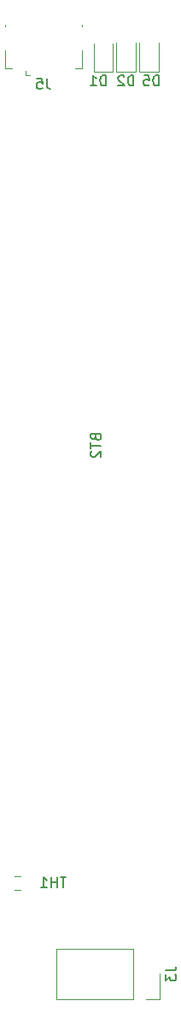
<source format=gbo>
G04 #@! TF.GenerationSoftware,KiCad,Pcbnew,(5.1.6)-1*
G04 #@! TF.CreationDate,2021-08-10T23:40:34-03:00*
G04 #@! TF.ProjectId,TPH_Logger,5450485f-4c6f-4676-9765-722e6b696361,rev?*
G04 #@! TF.SameCoordinates,Original*
G04 #@! TF.FileFunction,Legend,Bot*
G04 #@! TF.FilePolarity,Positive*
%FSLAX46Y46*%
G04 Gerber Fmt 4.6, Leading zero omitted, Abs format (unit mm)*
G04 Created by KiCad (PCBNEW (5.1.6)-1) date 2021-08-10 23:40:34*
%MOMM*%
%LPD*%
G01*
G04 APERTURE LIST*
%ADD10C,0.120000*%
%ADD11C,0.150000*%
%ADD12C,1.000000*%
%ADD13R,1.250000X1.550000*%
%ADD14O,1.150000X2.000000*%
%ADD15R,1.850000X2.000000*%
%ADD16R,0.500000X1.500000*%
%ADD17R,1.800000X4.400000*%
%ADD18C,3.100000*%
%ADD19R,3.100000X3.100000*%
G04 APERTURE END LIST*
D10*
X137710000Y-43225000D02*
X137710000Y-46085000D01*
X137710000Y-46085000D02*
X135790000Y-46085000D01*
X135790000Y-46085000D02*
X135790000Y-43225000D01*
X133540000Y-46110000D02*
X133540000Y-43250000D01*
X135460000Y-46110000D02*
X133540000Y-46110000D01*
X135460000Y-43250000D02*
X135460000Y-46110000D01*
X126236252Y-125790000D02*
X125713748Y-125790000D01*
X126236252Y-127210000D02*
X125713748Y-127210000D01*
X126780000Y-46410000D02*
X126780000Y-46020000D01*
X126780000Y-46410000D02*
X127230000Y-46410000D01*
X132350000Y-45710000D02*
X131700000Y-45710000D01*
X132350000Y-43980000D02*
X132350000Y-45710000D01*
X124730000Y-41410000D02*
X124730000Y-41620000D01*
X132350000Y-41410000D02*
X132350000Y-41620000D01*
X124730000Y-43980000D02*
X124730000Y-45710000D01*
X124730000Y-45710000D02*
X125390000Y-45710000D01*
X137480000Y-138000000D02*
X129800000Y-138000000D01*
X138750000Y-138000000D02*
X140080000Y-138000000D01*
X129800000Y-138000000D02*
X129800000Y-133000000D01*
X140080000Y-138000000D02*
X140080000Y-135500000D01*
X137480000Y-133000000D02*
X129800000Y-133000000D01*
X137480000Y-138000000D02*
X137480000Y-133000000D01*
X139960000Y-43225000D02*
X139960000Y-46085000D01*
X139960000Y-46085000D02*
X138040000Y-46085000D01*
X138040000Y-46085000D02*
X138040000Y-43225000D01*
D11*
X137488095Y-47452380D02*
X137488095Y-46452380D01*
X137250000Y-46452380D01*
X137107142Y-46500000D01*
X137011904Y-46595238D01*
X136964285Y-46690476D01*
X136916666Y-46880952D01*
X136916666Y-47023809D01*
X136964285Y-47214285D01*
X137011904Y-47309523D01*
X137107142Y-47404761D01*
X137250000Y-47452380D01*
X137488095Y-47452380D01*
X136535714Y-46547619D02*
X136488095Y-46500000D01*
X136392857Y-46452380D01*
X136154761Y-46452380D01*
X136059523Y-46500000D01*
X136011904Y-46547619D01*
X135964285Y-46642857D01*
X135964285Y-46738095D01*
X136011904Y-46880952D01*
X136583333Y-47452380D01*
X135964285Y-47452380D01*
X134738095Y-47452380D02*
X134738095Y-46452380D01*
X134500000Y-46452380D01*
X134357142Y-46500000D01*
X134261904Y-46595238D01*
X134214285Y-46690476D01*
X134166666Y-46880952D01*
X134166666Y-47023809D01*
X134214285Y-47214285D01*
X134261904Y-47309523D01*
X134357142Y-47404761D01*
X134500000Y-47452380D01*
X134738095Y-47452380D01*
X133214285Y-47452380D02*
X133785714Y-47452380D01*
X133500000Y-47452380D02*
X133500000Y-46452380D01*
X133595238Y-46595238D01*
X133690476Y-46690476D01*
X133785714Y-46738095D01*
X130785714Y-125952380D02*
X130214285Y-125952380D01*
X130500000Y-126952380D02*
X130500000Y-125952380D01*
X129880952Y-126952380D02*
X129880952Y-125952380D01*
X129880952Y-126428571D02*
X129309523Y-126428571D01*
X129309523Y-126952380D02*
X129309523Y-125952380D01*
X128309523Y-126952380D02*
X128880952Y-126952380D01*
X128595238Y-126952380D02*
X128595238Y-125952380D01*
X128690476Y-126095238D01*
X128785714Y-126190476D01*
X128880952Y-126238095D01*
X128873333Y-46752380D02*
X128873333Y-47466666D01*
X128920952Y-47609523D01*
X129016190Y-47704761D01*
X129159047Y-47752380D01*
X129254285Y-47752380D01*
X127920952Y-46752380D02*
X128397142Y-46752380D01*
X128444761Y-47228571D01*
X128397142Y-47180952D01*
X128301904Y-47133333D01*
X128063809Y-47133333D01*
X127968571Y-47180952D01*
X127920952Y-47228571D01*
X127873333Y-47323809D01*
X127873333Y-47561904D01*
X127920952Y-47657142D01*
X127968571Y-47704761D01*
X128063809Y-47752380D01*
X128301904Y-47752380D01*
X128397142Y-47704761D01*
X128444761Y-47657142D01*
X140702380Y-135166666D02*
X141416666Y-135166666D01*
X141559523Y-135119047D01*
X141654761Y-135023809D01*
X141702380Y-134880952D01*
X141702380Y-134785714D01*
X140702380Y-135547619D02*
X140702380Y-136166666D01*
X141083333Y-135833333D01*
X141083333Y-135976190D01*
X141130952Y-136071428D01*
X141178571Y-136119047D01*
X141273809Y-136166666D01*
X141511904Y-136166666D01*
X141607142Y-136119047D01*
X141654761Y-136071428D01*
X141702380Y-135976190D01*
X141702380Y-135690476D01*
X141654761Y-135595238D01*
X141607142Y-135547619D01*
X133728571Y-82314285D02*
X133776190Y-82457142D01*
X133823809Y-82504761D01*
X133919047Y-82552380D01*
X134061904Y-82552380D01*
X134157142Y-82504761D01*
X134204761Y-82457142D01*
X134252380Y-82361904D01*
X134252380Y-81980952D01*
X133252380Y-81980952D01*
X133252380Y-82314285D01*
X133300000Y-82409523D01*
X133347619Y-82457142D01*
X133442857Y-82504761D01*
X133538095Y-82504761D01*
X133633333Y-82457142D01*
X133680952Y-82409523D01*
X133728571Y-82314285D01*
X133728571Y-81980952D01*
X133252380Y-82838095D02*
X133252380Y-83409523D01*
X134252380Y-83123809D02*
X133252380Y-83123809D01*
X133347619Y-83695238D02*
X133300000Y-83742857D01*
X133252380Y-83838095D01*
X133252380Y-84076190D01*
X133300000Y-84171428D01*
X133347619Y-84219047D01*
X133442857Y-84266666D01*
X133538095Y-84266666D01*
X133680952Y-84219047D01*
X134252380Y-83647619D01*
X134252380Y-84266666D01*
X139988095Y-47452380D02*
X139988095Y-46452380D01*
X139750000Y-46452380D01*
X139607142Y-46500000D01*
X139511904Y-46595238D01*
X139464285Y-46690476D01*
X139416666Y-46880952D01*
X139416666Y-47023809D01*
X139464285Y-47214285D01*
X139511904Y-47309523D01*
X139607142Y-47404761D01*
X139750000Y-47452380D01*
X139988095Y-47452380D01*
X138511904Y-46452380D02*
X138988095Y-46452380D01*
X139035714Y-46928571D01*
X138988095Y-46880952D01*
X138892857Y-46833333D01*
X138654761Y-46833333D01*
X138559523Y-46880952D01*
X138511904Y-46928571D01*
X138464285Y-47023809D01*
X138464285Y-47261904D01*
X138511904Y-47357142D01*
X138559523Y-47404761D01*
X138654761Y-47452380D01*
X138892857Y-47452380D01*
X138988095Y-47404761D01*
X139035714Y-47357142D01*
%LPC*%
D12*
X143260000Y-47250000D03*
X143260000Y-44250000D03*
G36*
G01*
X137228262Y-43825000D02*
X136271738Y-43825000D01*
G75*
G02*
X136000000Y-43553262I0J271738D01*
G01*
X136000000Y-42846738D01*
G75*
G02*
X136271738Y-42575000I271738J0D01*
G01*
X137228262Y-42575000D01*
G75*
G02*
X137500000Y-42846738I0J-271738D01*
G01*
X137500000Y-43553262D01*
G75*
G02*
X137228262Y-43825000I-271738J0D01*
G01*
G37*
G36*
G01*
X137228262Y-45875000D02*
X136271738Y-45875000D01*
G75*
G02*
X136000000Y-45603262I0J271738D01*
G01*
X136000000Y-44896738D01*
G75*
G02*
X136271738Y-44625000I271738J0D01*
G01*
X137228262Y-44625000D01*
G75*
G02*
X137500000Y-44896738I0J-271738D01*
G01*
X137500000Y-45603262D01*
G75*
G02*
X137228262Y-45875000I-271738J0D01*
G01*
G37*
G36*
G01*
X134978262Y-45900000D02*
X134021738Y-45900000D01*
G75*
G02*
X133750000Y-45628262I0J271738D01*
G01*
X133750000Y-44921738D01*
G75*
G02*
X134021738Y-44650000I271738J0D01*
G01*
X134978262Y-44650000D01*
G75*
G02*
X135250000Y-44921738I0J-271738D01*
G01*
X135250000Y-45628262D01*
G75*
G02*
X134978262Y-45900000I-271738J0D01*
G01*
G37*
G36*
G01*
X134978262Y-43850000D02*
X134021738Y-43850000D01*
G75*
G02*
X133750000Y-43578262I0J271738D01*
G01*
X133750000Y-42871738D01*
G75*
G02*
X134021738Y-42600000I271738J0D01*
G01*
X134978262Y-42600000D01*
G75*
G02*
X135250000Y-42871738I0J-271738D01*
G01*
X135250000Y-43578262D01*
G75*
G02*
X134978262Y-43850000I-271738J0D01*
G01*
G37*
G36*
G01*
X125575000Y-126021738D02*
X125575000Y-126978262D01*
G75*
G02*
X125303262Y-127250000I-271738J0D01*
G01*
X124596738Y-127250000D01*
G75*
G02*
X124325000Y-126978262I0J271738D01*
G01*
X124325000Y-126021738D01*
G75*
G02*
X124596738Y-125750000I271738J0D01*
G01*
X125303262Y-125750000D01*
G75*
G02*
X125575000Y-126021738I0J-271738D01*
G01*
G37*
G36*
G01*
X127625000Y-126021738D02*
X127625000Y-126978262D01*
G75*
G02*
X127353262Y-127250000I-271738J0D01*
G01*
X126646738Y-127250000D01*
G75*
G02*
X126375000Y-126978262I0J271738D01*
G01*
X126375000Y-126021738D01*
G75*
G02*
X126646738Y-125750000I271738J0D01*
G01*
X127353262Y-125750000D01*
G75*
G02*
X127625000Y-126021738I0J-271738D01*
G01*
G37*
D13*
X126220000Y-45030000D03*
X130860000Y-45030000D03*
D14*
X132115000Y-42800000D03*
X124965000Y-42800000D03*
D15*
X127415000Y-42800000D03*
D16*
X128540000Y-45450000D03*
X129190000Y-45450000D03*
X129840000Y-45450000D03*
X127240000Y-45450000D03*
X127890000Y-45450000D03*
D15*
X129665000Y-42800000D03*
D17*
X133670000Y-135500000D03*
X131130000Y-135500000D03*
X136210000Y-135500000D03*
X138750000Y-135500000D03*
D18*
X134500000Y-49500000D03*
D19*
X134500000Y-122400000D03*
G36*
G01*
X139478262Y-45875000D02*
X138521738Y-45875000D01*
G75*
G02*
X138250000Y-45603262I0J271738D01*
G01*
X138250000Y-44896738D01*
G75*
G02*
X138521738Y-44625000I271738J0D01*
G01*
X139478262Y-44625000D01*
G75*
G02*
X139750000Y-44896738I0J-271738D01*
G01*
X139750000Y-45603262D01*
G75*
G02*
X139478262Y-45875000I-271738J0D01*
G01*
G37*
G36*
G01*
X139478262Y-43825000D02*
X138521738Y-43825000D01*
G75*
G02*
X138250000Y-43553262I0J271738D01*
G01*
X138250000Y-42846738D01*
G75*
G02*
X138521738Y-42575000I271738J0D01*
G01*
X139478262Y-42575000D01*
G75*
G02*
X139750000Y-42846738I0J-271738D01*
G01*
X139750000Y-43553262D01*
G75*
G02*
X139478262Y-43825000I-271738J0D01*
G01*
G37*
M02*

</source>
